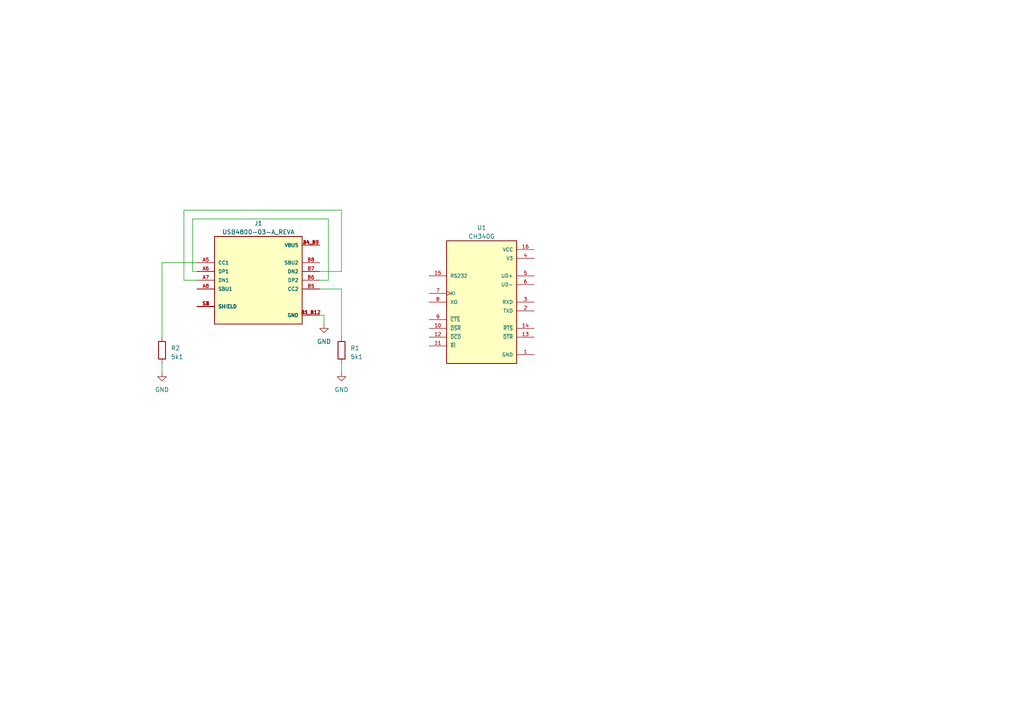
<source format=kicad_sch>
(kicad_sch (version 20230121) (generator eeschema)
  (paper "A4")
  (lib_symbols
    (symbol "CH340G:CH340G" (pin_names (offset 1.016))
      (property "Reference" "U" (at -10.16 20.32 0))
      (property "Value" "CH340G" (at -10.16 -22.86 0))
      (symbol "CH340G_0_0"
        (rectangle (start -10.16 -17.78) (end 10.16 17.78) (stroke (width 0.254)) (fill (type background)))
        (pin power_in line (at 15.24 -15.24 180) (length 5.08) (name "GND") (number "1"))
        (pin input line (at -15.24 -7.62 0) (length 5.08) (name "~{DSR}") (number "10"))
        (pin input line (at -15.24 -12.7 0) (length 5.08) (name "~{RI}") (number "11"))
        (pin input line (at -15.24 -10.16 0) (length 5.08) (name "~{DCD}") (number "12"))
        (pin output line (at 15.24 -10.16 180) (length 5.08) (name "~{DTR}") (number "13"))
        (pin output line (at 15.24 -7.62 180) (length 5.08) (name "~{RTS}") (number "14"))
        (pin input line (at -15.24 7.62 0) (length 5.08) (name "RS232") (number "15"))
        (pin power_in line (at 15.24 15.24 180) (length 5.08) (name "VCC") (number "16"))
        (pin output line (at 15.24 -2.54 180) (length 5.08) (name "TXD") (number "2"))
        (pin input line (at 15.24 0 180) (length 5.08) (name "RXD") (number "3"))
        (pin power_in line (at 15.24 12.7 180) (length 5.08) (name "V3") (number "4"))
        (pin bidirectional line (at 15.24 7.62 180) (length 5.08) (name "UD+") (number "5"))
        (pin bidirectional line (at 15.24 5.08 180) (length 5.08) (name "UD-") (number "6"))
        (pin input clock (at -15.24 2.54 0) (length 5.08) (name "XI") (number "7"))
        (pin output line (at -15.24 0 0) (length 5.08) (name "XO") (number "8"))
        (pin input line (at -15.24 -5.08 0) (length 5.08) (name "~{CTS}") (number "9"))
      )
    )
    (symbol "Device:R" (pin_numbers hide) (pin_names (offset 0))
      (property "Reference" "R" (at 2.032 0 90))
      (property "Value" "R" (at 0 0 90))
      (symbol "R_0_1"
        (rectangle (start -1.016 -2.54) (end 1.016 2.54) (stroke (width 0.254)))
      )
      (symbol "R_1_1"
        (pin passive line (at 0 3.81 270) (length 1.27) (name "~") (number "1"))
        (pin passive line (at 0 -3.81 90) (length 1.27) (name "~") (number "2"))
      )
    )
    (symbol "USB4800-03-A_REVA:USB4800-03-A_REVA" (pin_names (offset 1.016))
      (property "Reference" "J" (at -12.7 13.462 0))
      (property "Value" "USB4800-03-A_REVA" (at -12.7 -13.462 0))
      (symbol "USB4800-03-A_REVA_0_0"
        (rectangle (start -12.7 -12.7) (end 12.7 12.7) (stroke (width 0.254)) (fill (type background)))
        (pin power_in line (at 17.78 -10.16 180) (length 5.08) (name "GND") (number "A1_B12"))
        (pin power_in line (at 17.78 10.16 180) (length 5.08) (name "VBUS") (number "A4_B9"))
        (pin bidirectional line (at -17.78 5.08 0) (length 5.08) (name "CC1") (number "A5"))
        (pin bidirectional line (at -17.78 2.54 0) (length 5.08) (name "DP1") (number "A6"))
        (pin bidirectional line (at -17.78 0 0) (length 5.08) (name "DN1") (number "A7"))
        (pin bidirectional line (at -17.78 -2.54 0) (length 5.08) (name "SBU1") (number "A8"))
        (pin power_in line (at 17.78 -10.16 180) (length 5.08) (name "GND") (number "B1_A12"))
        (pin power_in line (at 17.78 10.16 180) (length 5.08) (name "VBUS") (number "B4_A9"))
        (pin bidirectional line (at 17.78 -2.54 180) (length 5.08) (name "CC2") (number "B5"))
        (pin bidirectional line (at 17.78 0 180) (length 5.08) (name "DP2") (number "B6"))
        (pin bidirectional line (at 17.78 2.54 180) (length 5.08) (name "DN2") (number "B7"))
        (pin bidirectional line (at 17.78 5.08 180) (length 5.08) (name "SBU2") (number "B8"))
        (pin passive line (at -17.78 -7.62 0) (length 5.08) (name "SHIELD") (number "S1"))
        (pin passive line (at -17.78 -7.62 0) (length 5.08) (name "SHIELD") (number "S2"))
        (pin passive line (at -17.78 -7.62 0) (length 5.08) (name "SHIELD") (number "S3"))
        (pin passive line (at -17.78 -7.62 0) (length 5.08) (name "SHIELD") (number "S4"))
      )
    )
    (symbol "power:GND" (power) (pin_names (offset 0))
      (property "Value" "GND" (at 0 -3.81 0))
      (symbol "GND_0_1"
        (polyline (pts (xy 0 0) (xy 0 -1.27) (xy 1.27 -1.27) (xy 0 -2.54) (xy -1.27 -1.27) (xy 0 -1.27)))
      )
      (symbol "GND_1_1"
        (pin power_in line (at 0 0 270) (length 0) hide (name "GND") (number "1"))
      )
    )
  )
  (wire (pts (xy 57.15 81.28) (xy 53.34 81.28)))
  (wire (pts (xy 95.25 63.5) (xy 95.25 81.28)))
  (wire (pts (xy 99.06 105.41) (xy 99.06 107.95)))
  (wire (pts (xy 46.99 105.41) (xy 46.99 107.95)))
  (wire (pts (xy 92.71 83.82) (xy 99.06 83.82)))
  (wire (pts (xy 53.34 81.28) (xy 53.34 60.96)))
  (wire (pts (xy 99.06 60.96) (xy 99.06 78.74)))
  (wire (pts (xy 55.88 78.74) (xy 55.88 63.5)))
  (wire (pts (xy 57.15 78.74) (xy 55.88 78.74)))
  (wire (pts (xy 57.15 76.2) (xy 46.99 76.2)))
  (wire (pts (xy 53.34 60.96) (xy 99.06 60.96)))
  (wire (pts (xy 99.06 83.82) (xy 99.06 97.79)))
  (wire (pts (xy 93.98 91.44) (xy 92.71 91.44)))
  (wire (pts (xy 93.98 93.98) (xy 93.98 91.44)))
  (wire (pts (xy 46.99 76.2) (xy 46.99 97.79)))
  (wire (pts (xy 95.25 81.28) (xy 92.71 81.28)))
  (wire (pts (xy 99.06 78.74) (xy 92.71 78.74)))
  (wire (pts (xy 55.88 63.5) (xy 95.25 63.5)))
  (symbol (lib_id "Device:R") (at 99.06 101.6 0) (unit 1)
    (property "Reference" "R1" (at 101.6 100.965 0) (effects (justify left)))
    (property "Value" "5k1" (at 101.6 103.505 0) (effects (justify left)))
    (property "Footprint" "Resistor_SMD:R_0603_1608Metric" (effects hide))
  )
  (symbol (lib_id "USB4800-03-A_REVA:USB4800-03-A_REVA") (at 74.93 81.28 0) (unit 1)
    (property "Reference" "J1" (at 74.93 64.77 0))
    (property "Value" "USB4800-03-A_REVA" (at 74.93 67.31 0))
    (property "Footprint" "GCT_USB4800-03-A_REVA" (effects hide))
    (property "PARTREV" "A" (effects hide))
    (property "STANDARD" "Manufacturer Recommendations" (effects hide))
    (property "SNAPEDA_PN" "USB4800-03-A" (effects hide))
    (property "MAXIMUM_PACKAGE_HEIGHT" "5.38 mm" (effects hide))
    (property "MANUFACTURER" "GCT" (effects hide))
  )
  (symbol (lib_id "power:GND") (at 93.98 93.98 0) (unit 1)
    (property "Reference" "#PWR03" (effects hide))
    (property "Value" "GND" (at 93.98 99.06 0))
  )
  (symbol (lib_id "power:GND") (at 46.99 107.95 0) (unit 1)
    (property "Reference" "#PWR01" (effects hide))
    (property "Value" "GND" (at 46.99 113.03 0))
  )
  (symbol (lib_id "power:GND") (at 99.06 107.95 0) (unit 1)
    (property "Reference" "#PWR02" (effects hide))
    (property "Value" "GND" (at 99.06 113.03 0))
  )
  (symbol (lib_id "Device:R") (at 46.99 101.6 0) (unit 1)
    (property "Reference" "R2" (at 49.53 100.965 0) (effects (justify left)))
    (property "Value" "5k1" (at 49.53 103.505 0) (effects (justify left)))
    (property "Footprint" "Resistor_SMD:R_0603_1608Metric" (effects hide))
  )
  (symbol (lib_id "CH340G:CH340G") (at 139.7 87.63 0) (unit 1)
    (property "Reference" "U1" (at 139.7 66.04 0))
    (property "Value" "CH340G" (at 139.7 68.58 0))
    (property "Footprint" "SOIC127P600X180-16N" (effects hide))
    (property "PARTREV" "2G" (effects hide))
    (property "MANUFACTURER" "WCH" (effects hide))
    (property "MAXIMUM_PACKAGE_HEIGHT" "1.8 mm" (effects hide))
    (property "STANDARD" "IPC 7351B" (effects hide))
  )
)
</source>
